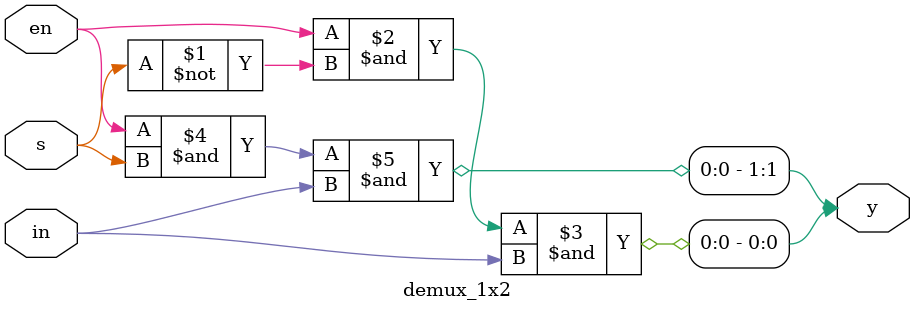
<source format=v>

module demux_1x8(
  input in,en,   //en is for ckt on and off
  input [2:0]s,   
  output [7:0]y
);
  wire [5:0]w;
  
  //structural using 1x2 demux only
  demux_1x2 d1(in,en,s[2],w[1:0]);
  
  demux_1x2 d2(w[0],en,s[1],w[3:2]);
  demux_1x2 d3(w[1],en,s[1],w[5:4]);
  
  demux_1x2 d4(w[2],en,s[0],y[1:0]);
  demux_1x2 d5(w[3],en,s[0],y[3:2]);
  demux_1x2 d6(w[4],en,s[0],y[5:4]);
  demux_1x2 d7(w[5],en,s[0],y[7:6]);
  
  
  //structural using one 1x2 demux and two 1x4 demux
  /*demux_1x2 d1(in,en,s[2],w[1:0]);
  
  demux_1x4 d2(w[0],en,s[1:0],y[3:0]);
  demux_1x4 d3(w[1],en,s[1:0],y[7:4]);*/
  
endmodule



module demux_1x4(
  input in,en,   //en is for ckt on and off
  input [1:0]s,   
  output [3:0]y
);
  //wire [1:0]w;
  
  //dataflow
  assign y[0]= en&~s[0]&~s[1]&in;
  assign y[1]= en&s[0]&~s[1]&in;
  assign y[2]= en&~s[0]&s[1]&in;
  assign y[3]= en&s[0]&s[1]&in;

  
endmodule

  
//for structural purpose
module demux_1x2(
  input in,en,s,   //en is for ckt on and off
  output [1:0]y
);

  assign y[0]= en&~s&in;
  assign y[1]= en&s&in;
   
endmodule

</source>
